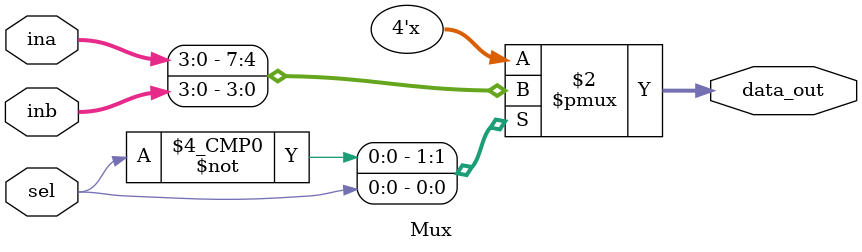
<source format=v>
`timescale 1ns / 1ps
module Mux(sel,ina,inb,data_out);
    input sel;
    input [3:0] ina;
    input [3:0] inb;
    output reg [3:0] data_out;
    always@(*)
        case(sel) 
            1'b0 : data_out = ina;
            1'b1 : data_out = inb;
        endcase
endmodule


</source>
